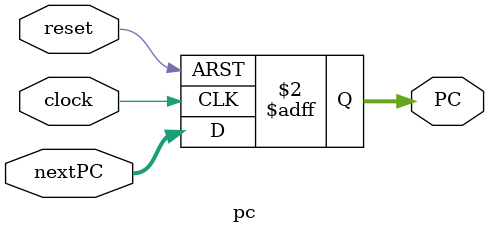
<source format=v>
/*
-------------------------------------------------------------------------
Disciplina: Arquitetura e Organização de Computadores - 2025.2
Atividade: Projeto 02 - Implementação de MIPS em Verilog
Grupo: [INSERIR NOMES AQUI]
Arquivo: pc.v
Descrição: Registrador de 32 bits que armazena o endereço da instrução atual.
-------------------------------------------------------------------------
*/
module pc(
  input clock,          // Clock do sistema
  input reset,          // Reset global
  input [31:0] nextPC,  // Próximo endereço calculado
  output reg [31:0] PC  // Endereço atual
);
  always @(posedge clock or posedge reset) begin
    if (reset) 
      PC <= 32'h00000000; 
    else       
      PC <= nextPC;       
  end
endmodule
</source>
